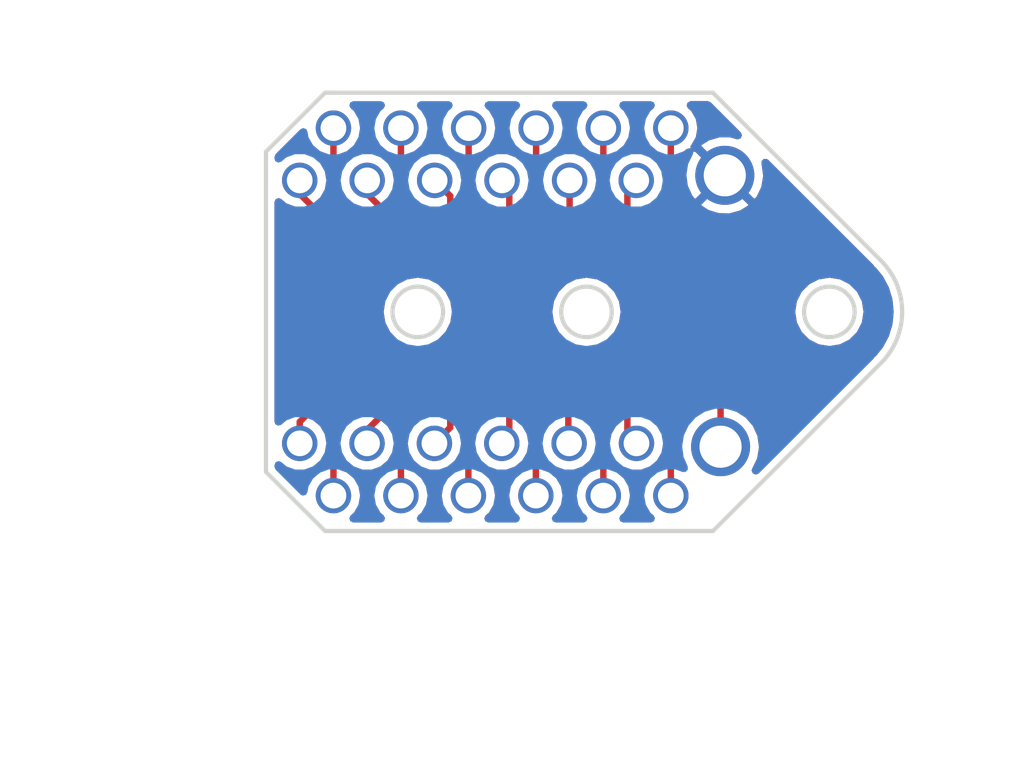
<source format=kicad_pcb>
(kicad_pcb (version 20211014) (generator pcbnew)
  (layers (0 "F.Cu" signal) (31 "B.Cu" signal) (34 "B.Paste" user) (35 "F.Paste" user) (36 "B.SilkS" user "B.Silkscreen") (37 "F.SilkS" user "F.Silkscreen") (38 "B.Mask" user) (39 "F.Mask" user) (44 "Edge.Cuts" user))
  (net 0 "")
  (net 1 "GNDA")
  (net 2 "/E1")
  (net 3 "/E17")
  (net 4 "/E2")
  (net 5 "/E18")
  (net 6 "/E3")
  (net 7 "/E19")
  (net 8 "/E4")
  (net 9 "/E20")
  (net 10 "/E5")
  (net 11 "/E21")
  (net 12 "/E6")
  (net 13 "/E22")
  (net 14 "/E7")
  (net 15 "/E23")
  (net 16 "/E8")
  (net 17 "/E24")
  (net 18 "/E9")
  (net 20 "/E10")
  (net 22 "/E11")
  (net 23 "/E12")
  (net 24 "/E13")
  (net 25 "/E14")
  (net 26 "/E15")
  (net 27 "/E16")
  (net 28 "/REF")
  (footprint "jonnew:NEURALYNX_SMALL-GOLD-PIN" (layer "F.Cu") (at 135.7 128.14)
    (fp_text reference "TP18" hide)
    (fp_text value "TestPoint")
    (pad "1" thru_hole circle (at 0 0) (size 0.42 0.42) (drill 0.3048) (layers *.Cu *.Mask) (net 11 "/E21"))
  )
  (footprint "jonnew:NEURALYNX_SMALL-GOLD-PIN" (layer "F.Cu") (at 135.694284 131.26)
    (fp_text reference "TP19" hide)
    (fp_text value "TestPoint")
    (pad "1" thru_hole circle (at 0 0) (size 0.42 0.42) (drill 0.3048) (layers *.Cu *.Mask) (net 18 "/E9"))
  )
  (footprint "jonnew:NEURALYNX_SMALL-GOLD-PIN" (layer "F.Cu") (at 134.895713 131.26)
    (fp_text reference "TP15" hide)
    (fp_text value "TestPoint")
    (pad "1" thru_hole circle (at 0 0) (size 0.42 0.42) (drill 0.3048) (layers *.Cu *.Mask) (net 14 "/E7"))
  )
  (footprint "jonnew:NEURALYNX_SMALL-GOLD-PIN" (layer "F.Cu") (at 136.1 127.52)
    (fp_text reference "TP20" hide)
    (fp_text value "TestPoint")
    (pad "1" thru_hole circle (at 0 0) (size 0.42 0.42) (drill 0.3048) (layers *.Cu *.Mask) (net 13 "/E22"))
  )
  (footprint "jonnew:NEURALYNX_SMALL-GOLD-PIN" (layer "F.Cu") (at 134.502858 127.52)
    (fp_text reference "TP12" hide)
    (fp_text value "TestPoint")
    (pad "1" thru_hole circle (at 0 0) (size 0.42 0.42) (drill 0.3048) (layers *.Cu *.Mask) (net 5 "/E18"))
  )
  (footprint "jonnew:NEURALYNX_SMALL-GOLD-PIN" (layer "F.Cu") (at 132.5 128.14)
    (fp_text reference "TP1" hide)
    (fp_text value "TestPoint")
    (pad "1" thru_hole circle (at 0 0) (size 0.42 0.42) (drill 0.3048) (layers *.Cu *.Mask) (net 24 "/E13"))
  )
  (footprint "jonnew:NEURALYNX_SMALL-GOLD-PIN" (layer "F.Cu") (at 136.492855 131.26)
    (fp_text reference "TP23" hide)
    (fp_text value "TestPoint")
    (pad "1" thru_hole circle (at 0 0) (size 0.42 0.42) (drill 0.3048) (layers *.Cu *.Mask) (net 22 "/E11"))
  )
  (footprint "jonnew:NEURALYNX_SMALL-GOLD-PIN" (layer "F.Cu") (at 136.49 128.14)
    (fp_text reference "TP22" hide)
    (fp_text value "TestPoint")
    (pad "1" thru_hole circle (at 0 0) (size 0.42 0.42) (drill 0.3048) (layers *.Cu *.Mask) (net 15 "/E23"))
  )
  (footprint "jonnew:MOLEX_5050702422" (layer "F.Cu") (at 134.81 129.71)
    (fp_text reference "J1" hide)
    (fp_text value "050702422")
    (pad "1" smd roundrect (at -1.925 0.91) (size 0.16 0.44) (layers "F.Cu" "F.Paste" "F.Mask") (roundrect_rratio 0.05) (net 2 "/E1"))
    (pad "2" smd roundrect (at -1.925 -0.91) (size 0.16 0.44) (layers "F.Cu" "F.Paste" "F.Mask") (roundrect_rratio 0.05) (net 24 "/E13"))
    (pad "3" smd roundrect (at -1.575 0.91) (size 0.16 0.44) (layers "F.Cu" "F.Paste" "F.Mask") (roundrect_rratio 0.05) (net 4 "/E2"))
    (pad "4" smd roundrect (at -1.575 -0.91) (size 0.16 0.44) (layers "F.Cu" "F.Paste" "F.Mask") (roundrect_rratio 0.05) (net 25 "/E14"))
    (pad "5" smd roundrect (at -1.225 0.91) (size 0.16 0.44) (layers "F.Cu" "F.Paste" "F.Mask") (roundrect_rratio 0.05) (net 6 "/E3"))
    (pad "6" smd roundrect (at -1.225 -0.91) (size 0.16 0.44) (layers "F.Cu" "F.Paste" "F.Mask") (roundrect_rratio 0.05) (net 26 "/E15"))
    (pad "7" smd roundrect (at -0.875 0.91) (size 0.16 0.44) (layers "F.Cu" "F.Paste" "F.Mask") (roundrect_rratio 0.05) (net 8 "/E4"))
    (pad "8" smd roundrect (at -0.875 -0.91) (size 0.16 0.44) (layers "F.Cu" "F.Paste" "F.Mask") (roundrect_rratio 0.05) (net 27 "/E16"))
    (pad "9" smd roundrect (at -0.525 0.91) (size 0.16 0.44) (layers "F.Cu" "F.Paste" "F.Mask") (roundrect_rratio 0.05) (net 10 "/E5"))
    (pad "10" smd roundrect (at -0.525 -0.91) (size 0.16 0.44) (layers "F.Cu" "F.Paste" "F.Mask") (roundrect_rratio 0.05) (net 3 "/E17"))
    (pad "11" smd roundrect (at -0.175 0.91) (size 0.16 0.44) (layers "F.Cu" "F.Paste" "F.Mask") (roundrect_rratio 0.05) (net 12 "/E6"))
    (pad "12" smd roundrect (at -0.175 -0.91) (size 0.16 0.44) (layers "F.Cu" "F.Paste" "F.Mask") (roundrect_rratio 0.05) (net 5 "/E18"))
    (pad "13" smd roundrect (at 0.175 0.91) (size 0.16 0.44) (layers "F.Cu" "F.Paste" "F.Mask") (roundrect_rratio 0.05) (net 14 "/E7"))
    (pad "14" smd roundrect (at 0.175 -0.91) (size 0.16 0.44) (layers "F.Cu" "F.Paste" "F.Mask") (roundrect_rratio 0.05) (net 7 "/E19"))
    (pad "15" smd roundrect (at 0.525 0.91) (size 0.16 0.44) (layers "F.Cu" "F.Paste" "F.Mask") (roundrect_rratio 0.05) (net 16 "/E8"))
    (pad "16" smd roundrect (at 0.525 -0.91) (size 0.16 0.44) (layers "F.Cu" "F.Paste" "F.Mask") (roundrect_rratio 0.05) (net 9 "/E20"))
    (pad "17" smd roundrect (at 0.875 0.91) (size 0.16 0.44) (layers "F.Cu" "F.Paste" "F.Mask") (roundrect_rratio 0.05) (net 18 "/E9"))
    (pad "18" smd roundrect (at 0.875 -0.91) (size 0.16 0.44) (layers "F.Cu" "F.Paste" "F.Mask") (roundrect_rratio 0.05) (net 11 "/E21"))
    (pad "19" smd roundrect (at 1.225 0.91) (size 0.16 0.44) (layers "F.Cu" "F.Paste" "F.Mask") (roundrect_rratio 0.05) (net 20 "/E10"))
    (pad "20" smd roundrect (at 1.225 -0.91) (size 0.16 0.44) (layers "F.Cu" "F.Paste" "F.Mask") (roundrect_rratio 0.05) (net 13 "/E22"))
    (pad "21" smd roundrect (at 1.575 0.91) (size 0.16 0.44) (layers "F.Cu" "F.Paste" "F.Mask") (roundrect_rratio 0.05) (net 22 "/E11"))
    (pad "22" smd roundrect (at 1.575 -0.91) (size 0.16 0.44) (layers "F.Cu" "F.Paste" "F.Mask") (roundrect_rratio 0.05) (net 15 "/E23"))
    (pad "23" smd roundrect (at 1.925 0.91) (size 0.16 0.44) (layers "F.Cu" "F.Paste" "F.Mask") (roundrect_rratio 0.05) (net 23 "/E12"))
    (pad "24" smd roundrect (at 1.925 -0.91) (size 0.16 0.44) (layers "F.Cu" "F.Paste" "F.Mask") (roundrect_rratio 0.05) (net 17 "/E24"))
    (pad "MP1" smd roundrect (at -2.3 0.765) (size 0.21 0.48) (layers "F.Cu" "F.Paste" "F.Mask") (roundrect_rratio 0.05) (net 28 "/REF"))
    (pad "MP2" smd roundrect (at -2.3 -0.765) (size 0.21 0.48) (layers "F.Cu" "F.Paste" "F.Mask") (roundrect_rratio 0.05))
    (pad "MP3" smd roundrect (at 2.3 0.765) (size 0.21 0.48) (layers "F.Cu" "F.Paste" "F.Mask") (roundrect_rratio 0.05))
    (pad "MP4" smd roundrect (at 2.3 -0.765) (size 0.21 0.48) (layers "F.Cu" "F.Paste" "F.Mask") (roundrect_rratio 0.05) (net 1 "GNDA"))
  )
  (footprint "jonnew:NEURALYNX_LARGE-GOLD-PIN" (layer "F.Cu") (at 137.49 131.3)
    (fp_text reference "TP4" hide)
    (fp_text value "TestPoint")
    (pad "1" thru_hole circle (at 0 0) (size 0.7 0.7) (drill 0.5) (layers *.Cu *.Mask) (net 28 "/REF"))
  )
  (footprint "jonnew:NEURALYNX_SMALL-GOLD-PIN" (layer "F.Cu") (at 132.5 131.26)
    (fp_text reference "TP5" hide)
    (fp_text value "TestPoint")
    (pad "1" thru_hole circle (at 0 0) (size 0.42 0.42) (drill 0.3048) (layers *.Cu *.Mask) (net 2 "/E1"))
  )
  (footprint "jonnew:NEURALYNX_SMALL-GOLD-PIN" (layer "F.Cu") (at 134.898571 128.14)
    (fp_text reference "TP14" hide)
    (fp_text value "TestPoint")
    (pad "1" thru_hole circle (at 0 0) (size 0.42 0.42) (drill 0.3048) (layers *.Cu *.Mask) (net 7 "/E19"))
  )
  (footprint "jonnew:NEURALYNX_SMALL-GOLD-PIN" (layer "F.Cu") (at 135.302858 127.52)
    (fp_text reference "TP16" hide)
    (fp_text value "TestPoint")
    (pad "1" thru_hole circle (at 0 0) (size 0.42 0.42) (drill 0.3048) (layers *.Cu *.Mask) (net 9 "/E20"))
  )
  (footprint "jonnew:NEURALYNX_SMALL-GOLD-PIN" (layer "F.Cu") (at 133.3 128.14)
    (fp_text reference "TP3" hide)
    (fp_text value "TestPoint")
    (pad "1" thru_hole circle (at 0 0) (size 0.42 0.42) (drill 0.3048) (layers *.Cu *.Mask) (net 26 "/E15"))
  )
  (footprint "jonnew:NEURALYNX_LARGE-GOLD-PIN" (layer "F.Cu") (at 137.54 128.08)
    (fp_text reference "TP26" hide)
    (fp_text value "TestPoint")
    (pad "1" thru_hole circle (at 0 0) (size 0.7 0.7) (drill 0.5) (layers *.Cu *.Mask) (net 1 "GNDA"))
  )
  (footprint "jonnew:NEURALYNX_SMALL-GOLD-PIN" (layer "F.Cu") (at 134.1 128.14)
    (fp_text reference "TP10" hide)
    (fp_text value "TestPoint")
    (pad "1" thru_hole circle (at 0 0) (size 0.42 0.42) (drill 0.3048) (layers *.Cu *.Mask) (net 3 "/E17"))
  )
  (footprint "jonnew:NEURALYNX_SMALL-GOLD-PIN" (layer "F.Cu") (at 133.7 131.88)
    (fp_text reference "TP9" hide)
    (fp_text value "TestPoint")
    (pad "1" thru_hole circle (at 0 0) (size 0.42 0.42) (drill 0.3048) (layers *.Cu *.Mask) (net 8 "/E4"))
  )
  (footprint "jonnew:NEURALYNX_SMALL-GOLD-PIN" (layer "F.Cu") (at 134.5 131.88)
    (fp_text reference "TP13" hide)
    (fp_text value "TestPoint")
    (pad "1" thru_hole circle (at 0 0) (size 0.42 0.42) (drill 0.3048) (layers *.Cu *.Mask) (net 12 "/E6"))
  )
  (footprint "jonnew:NEURALYNX_SMALL-GOLD-PIN" (layer "F.Cu") (at 136.9 127.52)
    (fp_text reference "TP24" hide)
    (fp_text value "TestPoint")
    (pad "1" thru_hole circle (at 0 0) (size 0.42 0.42) (drill 0.3048) (layers *.Cu *.Mask) (net 17 "/E24"))
  )
  (footprint "jonnew:NEURALYNX_SMALL-GOLD-PIN" (layer "F.Cu") (at 136.1 131.88)
    (fp_text reference "TP21" hide)
    (fp_text value "TestPoint")
    (pad "1" thru_hole circle (at 0 0) (size 0.42 0.42) (drill 0.3048) (layers *.Cu *.Mask) (net 20 "/E10"))
  )
  (footprint "jonnew:NEURALYNX_SMALL-GOLD-PIN" (layer "F.Cu") (at 132.9 131.88)
    (fp_text reference "TP6" hide)
    (fp_text value "TestPoint")
    (pad "1" thru_hole circle (at 0 0) (size 0.42 0.42) (drill 0.3048) (layers *.Cu *.Mask) (net 4 "/E2"))
  )
  (footprint "jonnew:NEURALYNX_SMALL-GOLD-PIN" (layer "F.Cu") (at 132.9 127.52)
    (fp_text reference "TP2" hide)
    (fp_text value "TestPoint")
    (pad "1" thru_hole circle (at 0 0) (size 0.42 0.42) (drill 0.3048) (layers *.Cu *.Mask) (net 25 "/E14"))
  )
  (footprint "jonnew:NEURALYNX_SMALL-GOLD-PIN" (layer "F.Cu") (at 134.097142 131.26)
    (fp_text reference "TP11" hide)
    (fp_text value "TestPoint")
    (pad "1" thru_hole circle (at 0 0) (size 0.42 0.42) (drill 0.3048) (layers *.Cu *.Mask) (net 10 "/E5"))
  )
  (footprint "jonnew:NEURALYNX_SMALL-GOLD-PIN" (layer "F.Cu") (at 133.298571 131.26)
    (fp_text reference "TP7" hide)
    (fp_text value "TestPoint")
    (pad "1" thru_hole circle (at 0 0) (size 0.42 0.42) (drill 0.3048) (layers *.Cu *.Mask) (net 6 "/E3"))
  )
  (footprint "jonnew:NEURALYNX_SMALL-GOLD-PIN" (layer "F.Cu") (at 135.3 131.88)
    (fp_text reference "TP17" hide)
    (fp_text value "TestPoint")
    (pad "1" thru_hole circle (at 0 0) (size 0.42 0.42) (drill 0.3048) (layers *.Cu *.Mask) (net 16 "/E8"))
  )
  (footprint "jonnew:NEURALYNX_SMALL-GOLD-PIN" (layer "F.Cu") (at 133.7 127.52)
    (fp_text reference "TP8" hide)
    (fp_text value "TestPoint")
    (pad "1" thru_hole circle (at 0 0) (size 0.42 0.42) (drill 0.3048) (layers *.Cu *.Mask) (net 27 "/E16"))
  )
  (footprint "jonnew:NEURALYNX_SMALL-GOLD-PIN" (layer "F.Cu") (at 136.9 131.88)
    (fp_text reference "TP25" hide)
    (fp_text value "TestPoint")
    (pad "1" thru_hole circle (at 0 0) (size 0.42 0.42) (drill 0.3048) (layers *.Cu *.Mask) (net 23 "/E12"))
  )
  (gr_line (start 132.8 127.1) (end 132.1 127.8) (layer "Edge.Cuts") (width 0.05))
  (gr_line (start 132.8 132.3) (end 137.4 132.3) (layer "Edge.Cuts") (width 0.05))
  (gr_line (start 132.1 127.8) (end 132.1 131.6) (layer "Edge.Cuts") (width 0.05))
  (gr_line (start 137.4 132.3) (end 139.390082 130.310082) (layer "Edge.Cuts") (width 0.05))
  (gr_circle (center 135.9 129.7) (end 136.2 129.7) (layer "Edge.Cuts") (width 0.05) (fill none))
  (gr_line (start 137.4 127.1) (end 132.9 127.1) (layer "Edge.Cuts") (width 0.05))
  (gr_line (start 132.1 131.6) (end 132.8 132.3) (layer "Edge.Cuts") (width 0.05))
  (gr_circle (center 138.78 129.7) (end 139.08 129.7) (layer "Edge.Cuts") (width 0.05) (fill none))
  (gr_line (start 137.4 127.1) (end 139.390082 129.089918) (layer "Edge.Cuts") (width 0.05))
  (gr_line (start 132.9 127.1) (end 132.8 127.1) (layer "Edge.Cuts") (width 0.05))
  (gr_circle (center 133.9 129.7) (end 134.2 129.7) (layer "Edge.Cuts") (width 0.05) (fill none))
  (gr_arc (start 139.390082 129.089918) (mid 139.642786 129.7) (end 139.390082 130.310082) (layer "Edge.Cuts") (width 0.05))
  (segment (start 132.885 130.62) (end 132.5 131.005) (width 0.0762) (layer "F.Cu") (net 2))
  (segment (start 132.5 131.005) (end 132.5 131.26) (width 0.0762) (layer "F.Cu") (net 2))
  (segment (start 134.285 128.8) (end 134.285 128.325) (width 0.0762) (layer "F.Cu") (net 3))
  (segment (start 134.285 128.325) (end 134.1 128.14) (width 0.0762) (layer "F.Cu") (net 3))
  (segment (start 133.235 130.62) (end 133.235 130.765) (width 0.0762) (layer "F.Cu") (net 4))
  (segment (start 133.235 130.765) (end 132.9 131.1) (width 0.0762) (layer "F.Cu") (net 4))
  (segment (start 132.9 131.1) (end 132.9 131.88) (width 0.0762) (layer "F.Cu") (net 4))
  (segment (start 134.502858 128.402858) (end 134.635 128.535) (width 0.0762) (layer "F.Cu") (net 5))
  (segment (start 134.635 128.535) (end 134.635 128.8) (width 0.0762) (layer "F.Cu") (net 5))
  (segment (start 134.502858 128.402858) (end 134.502858 127.52) (width 0.0762) (layer "F.Cu") (net 5))
  (segment (start 133.585 130.815) (end 133.298571 131.101429) (width 0.0762) (layer "F.Cu") (net 6))
  (segment (start 133.585 130.62) (end 133.585 130.815) (width 0.0762) (layer "F.Cu") (net 6))
  (segment (start 133.298571 131.101429) (end 133.298571 131.26) (width 0.0762) (layer "F.Cu") (net 6))
  (segment (start 134.898571 128.14) (end 134.985 128.226429) (width 0.0762) (layer "F.Cu") (net 7))
  (segment (start 134.985 128.226429) (end 134.985 128.8) (width 0.0762) (layer "F.Cu") (net 7))
  (segment (start 133.935 130.765) (end 133.7 131) (width 0.0762) (layer "F.Cu") (net 8))
  (segment (start 133.7 131) (end 133.7 131.88) (width 0.0762) (layer "F.Cu") (net 8))
  (segment (start 133.935 130.62) (end 133.935 130.765) (width 0.0762) (layer "F.Cu") (net 8))
  (segment (start 135.302858 127.52) (end 135.302858 128.767858) (width 0.0762) (layer "F.Cu") (net 9))
  (segment (start 135.302858 128.767858) (end 135.335 128.8) (width 0.0762) (layer "F.Cu") (net 9))
  (segment (start 134.285 130.62) (end 134.285 131.072142) (width 0.0762) (layer "F.Cu") (net 10))
  (segment (start 134.285 131.072142) (end 134.097142 131.26) (width 0.0762) (layer "F.Cu") (net 10))
  (segment (start 135.7 128.14) (end 135.7 128.785) (width 0.0762) (layer "F.Cu") (net 11))
  (segment (start 135.7 128.785) (end 135.685 128.8) (width 0.0762) (layer "F.Cu") (net 11))
  (segment (start 134.635 130.965) (end 134.5 131.1) (width 0.0762) (layer "F.Cu") (net 12))
  (segment (start 134.5 131.1) (end 134.5 131.88) (width 0.0762) (layer "F.Cu") (net 12))
  (segment (start 134.635 130.62) (end 134.635 130.965) (width 0.0762) (layer "F.Cu") (net 12))
  (segment (start 136.035 128.8) (end 136.035 128.365) (width 0.0762) (layer "F.Cu") (net 13))
  (segment (start 136.035 128.365) (end 136.1 128.3) (width 0.0762) (layer "F.Cu") (net 13))
  (segment (start 136.1 128.3) (end 136.1 127.52) (width 0.0762) (layer "F.Cu") (net 13))
  (segment (start 134.985 130.62) (end 134.985 131.170713) (width 0.0762) (layer "F.Cu") (net 14))
  (segment (start 134.985 131.170713) (end 134.895713 131.26) (width 0.0762) (layer "F.Cu") (net 14))
  (segment (start 136.385 128.8) (end 136.385 128.245) (width 0.0762) (layer "F.Cu") (net 15))
  (segment (start 136.385 128.245) (end 136.49 128.14) (width 0.0762) (layer "F.Cu") (net 15))
  (segment (start 135.3 131.1) (end 135.3 131.88) (width 0.0762) (layer "F.Cu") (net 16))
  (segment (start 135.335 130.62) (end 135.335 131.065) (width 0.0762) (layer "F.Cu") (net 16))
  (segment (start 135.335 131.065) (end 135.3 131.1) (width 0.0762) (layer "F.Cu") (net 16))
  (segment (start 136.735 128.8) (end 136.735 128.465) (width 0.0762) (layer "F.Cu") (net 17))
  (segment (start 136.9 128.3) (end 136.9 127.52) (width 0.0762) (layer "F.Cu") (net 17))
  (segment (start 136.735 128.465) (end 136.9 128.3) (width 0.0762) (layer "F.Cu") (net 17))
  (segment (start 135.685 131.250716) (end 135.694284 131.26) (width 0.0762) (layer "F.Cu") (net 18))
  (segment (start 135.685 130.62) (end 135.685 131.250716) (width 0.0762) (layer "F.Cu") (net 18))
  (segment (start 136.035 130.62) (end 136.035 131.035) (width 0.0762) (layer "F.Cu") (net 20))
  (segment (start 136.1 131.1) (end 136.1 131.88) (width 0.0762) (layer "F.Cu") (net 20))
  (segment (start 136.035 131.035) (end 136.1 131.1) (width 0.0762) (layer "F.Cu") (net 20))
  (segment (start 136.385 131.152145) (end 136.492855 131.26) (width 0.0762) (layer "F.Cu") (net 22))
  (segment (start 136.385 130.62) (end 136.385 131.152145) (width 0.0762) (layer "F.Cu") (net 22))
  (segment (start 136.735 130.935) (end 136.9 131.1) (width 0.0762) (layer "F.Cu") (net 23))
  (segment (start 136.9 131.1) (end 136.9 131.88) (width 0.0762) (layer "F.Cu") (net 23))
  (segment (start 136.735 130.62) (end 136.735 130.935) (width 0.0762) (layer "F.Cu") (net 23))
  (segment (start 132.5 128.3) (end 132.5 128.14) (width 0.0762) (layer "F.Cu") (net 24))
  (segment (start 132.885 128.8) (end 132.885 128.685) (width 0.0762) (layer "F.Cu") (net 24))
  (segment (start 132.885 128.685) (end 132.5 128.3) (width 0.0762) (layer "F.Cu") (net 24))
  (segment (start 133.235 128.61436) (end 132.9 128.27936) (width 0.0762) (layer "F.Cu") (net 25))
  (segment (start 133.235 128.8) (end 133.235 128.61436) (width 0.0762) (layer "F.Cu") (net 25))
  (segment (start 132.9 128.27936) (end 132.9 127.52) (width 0.0762) (layer "F.Cu") (net 25))
  (segment (start 133.585 128.8) (end 133.585 128.585) (width 0.0762) (layer "F.Cu") (net 26))
  (segment (start 133.3 128.3) (end 133.3 128.14) (width 0.0762) (layer "F.Cu") (net 26))
  (segment (start 133.585 128.585) (end 133.3 128.3) (width 0.0762) (layer "F.Cu") (net 26))
  (segment (start 133.935 128.8) (end 133.935 128.535) (width 0.0762) (layer "F.Cu") (net 27))
  (segment (start 133.7 128.3) (end 133.7 127.52) (width 0.0762) (layer "F.Cu") (net 27))
  (segment (start 133.935 128.535) (end 133.7 128.3) (width 0.0762) (layer "F.Cu") (net 27))
  (segment (start 132.785 130.2) (end 136.7 130.2) (width 0.0762) (layer "F.Cu") (net 28))
  (segment (start 136.7 130.2) (end 136.9 130) (width 0.0762) (layer "F.Cu") (net 28))
  (segment (start 137.49 130.21) (end 137.28 130) (width 0.0762) (layer "F.Cu") (net 28))
  (segment (start 136.9 130) (end 137.28 130) (width 0.0762) (layer "F.Cu") (net 28))
  (segment (start 137.49 130.21) (end 137.49 131.3) (width 0.0762) (layer "F.Cu") (net 28))
  (segment (start 132.51 130.475) (end 132.785 130.2) (width 0.0762) (layer "F.Cu") (net 28))
  (zone (net 1) (net_name "GNDA") (layers F&B.Cu) (connect_pads (clearance 0.1)) (min_thickness 0.1) (fill yes (thermal_gap 0.1) (thermal_bridge_width 0.1))
    (polygon (pts (xy 141 133) (xy 131 133) (xy 131 126) (xy 141 126)))
  )
)
</source>
